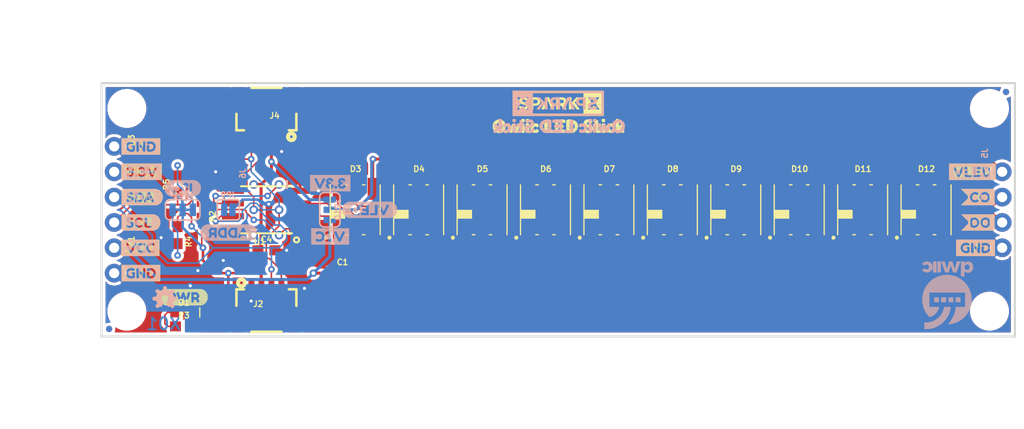
<source format=kicad_pcb>
(kicad_pcb (version 20171130) (host pcbnew "(5.1.4)-1")
  (layers (0 F.Cu signal) (1 In1.Cu signal) (2 In2.Cu signal) (31 B.Cu signal) (34 B.Paste user) (35 F.Paste user) (36 B.SilkS user) (37 F.SilkS user) (38 B.Mask user) (39 F.Mask user) (44 Edge.Cuts user))
  (net 0 "")
  (net 1 3.3V)
  (net 2 GND)
  (net 3 VCC)
  (net 4 /SDA)
  (net 5 /SCL)
  (net 6 "Net-(D1-PadA)")
  (net 7 "/ADDR(MISO)")
  (net 8 /CLK)
  (net 9 /DO)
  (net 10 /~RST)
  (net 11 "Net-(D3-PadP6)")
  (net 12 "Net-(D3-PadP5)")
  (net 13 /VLED)
  (net 14 "Net-(D4-PadP6)")
  (net 15 "Net-(D4-PadP5)")
  (net 16 "Net-(D5-PadP6)")
  (net 17 "Net-(D5-PadP5)")
  (net 18 "Net-(D6-PadP6)")
  (net 19 "Net-(D6-PadP5)")
  (net 20 "Net-(D7-PadP6)")
  (net 21 "Net-(D7-PadP5)")
  (net 22 "Net-(D8-PadP6)")
  (net 23 "Net-(D8-PadP5)")
  (net 24 "Net-(D10-PadP1)")
  (net 25 "Net-(D10-PadP2)")
  (net 26 "Net-(D10-PadP6)")
  (net 27 "Net-(D10-PadP5)")
  (net 28 "Net-(D11-PadP6)")
  (net 29 "Net-(D11-PadP5)")
  (net 30 "/DO(10)")
  (net 31 "/CO(10)")
  (net 32 "Net-(I2C1-Pad3)")
  (net 33 "Net-(I2C1-Pad1)")
  (module "Qwiic LED Stick:STAND-OFF" (layer F.Cu) (at 105.3211 115.1636 90)
    (fp_text reference JP3 hide)
    (fp_text value STAND-OFF hide)
    (pad "" np_thru_hole circle (at 0 0 90) (size 3.302 3.302) (drill 3.302) (layers *.Cu *.Mask))
  )
  (module "Qwiic LED Stick:STAND-OFF" (layer F.Cu) (at 105.3211 94.8436 90)
    (fp_text reference JP4 hide)
    (fp_text value STAND-OFF hide)
    (pad "" np_thru_hole circle (at 0 0 90) (size 3.302 3.302) (drill 3.302) (layers *.Cu *.Mask))
  )
  (module "Qwiic LED Stick:MICRO-FIDUCIAL" (layer F.Cu) (at 193.3321 93.1926 90)
    (fp_text reference JP2 hide)
    (fp_text value FIDUCIALUFIDUCIAL hide)
    (pad 1 smd roundrect (at 0 0 90) (size 0.635 0.635) (layers F.Cu F.Mask) (roundrect_rratio 0.5))
  )
  (module "Qwiic LED Stick:MICRO-FIDUCIAL" (layer F.Cu) (at 103.5431 116.9416 90)
    (fp_text reference JP6 hide)
    (fp_text value FIDUCIALUFIDUCIAL hide)
    (pad 1 smd roundrect (at 0 0 90) (size 0.635 0.635) (layers F.Cu F.Mask) (roundrect_rratio 0.5))
  )
  (module "Qwiic LED Stick:0603" (layer F.Cu) (at 110.4011 107.5436 270)
    (fp_text reference R4 (at 0 -0.762 270) (layer F.SilkS) (effects (font (size 0.57912 0.57912) (thickness 0.12192)) (justify right top)))
    (fp_text value 2.2k)
    (pad 2 smd rect (at 0.85 0 270) (size 1.1 1) (layers F.Cu F.Paste F.Mask) (net 32 "Net-(I2C1-Pad3)"))
    (pad 1 smd rect (at -0.85 0 270) (size 1.1 1) (layers F.Cu F.Paste F.Mask) (net 4 /SDA))
  )
  (module "Qwiic LED Stick:0603" (layer F.Cu) (at 110.4011 102.4636 90)
    (fp_text reference R5 (at 0 -0.762 90) (layer F.SilkS) (effects (font (size 0.57912 0.57912) (thickness 0.12192)) (justify bottom)))
    (fp_text value 2.2k)
    (pad 2 smd rect (at 0.85 0 90) (size 1.1 1) (layers F.Cu F.Paste F.Mask) (net 33 "Net-(I2C1-Pad1)"))
    (pad 1 smd rect (at -0.85 0 90) (size 1.1 1) (layers F.Cu F.Paste F.Mask) (net 5 /SCL))
  )
  (module "Qwiic LED Stick:SMT-JUMPER_3_2-NC_TRACE_SILK" (layer B.Cu) (at 110.9091 105.0036 180)
    (fp_text reference I2C1 (at 0 1.143 180) (layer B.SilkS) (effects (font (size 0.57912 0.57912) (thickness 0.12192)) (justify bottom mirror)))
    (fp_text value JUMPER-SMT_3_2-NC_TRACE_SILK)
    (fp_poly (pts (xy -0.7112 -0.127) (xy -0.3048 -0.127) (xy -0.3048 0.127) (xy -0.7112 0.127)) (layer B.Cu) (width 0))
    (fp_poly (pts (xy 0.3048 -0.127) (xy 0.7112 -0.127) (xy 0.7112 0.127) (xy 0.3048 0.127)) (layer B.Cu) (width 0))
    (pad 3 smd rect (at 1.016 0 180) (size 0.635 1.27) (layers B.Cu B.Mask) (net 32 "Net-(I2C1-Pad3)"))
    (pad 2 smd rect (at 0 0 180) (size 0.635 1.27) (layers B.Cu B.Mask) (net 1 3.3V))
    (pad 1 smd rect (at -1.016 0 180) (size 0.635 1.27) (layers B.Cu B.Mask) (net 33 "Net-(I2C1-Pad1)"))
  )
  (module "Qwiic LED Stick:1X04_1MM_RA" (layer F.Cu) (at 119.2911 112.6236)
    (fp_text reference J2 (at -1.397 2.159) (layer F.SilkS) (effects (font (size 0.57912 0.57912) (thickness 0.12192)) (justify left bottom)))
    (fp_text value SMD)
    (pad 4 smd rect (at 1.5 0) (size 0.6 1.35) (layers F.Cu F.Paste F.Mask) (net 5 /SCL))
    (pad 3 smd rect (at 0.5 0) (size 0.6 1.35) (layers F.Cu F.Paste F.Mask) (net 4 /SDA))
    (pad 2 smd rect (at -0.5 0) (size 0.6 1.35) (layers F.Cu F.Paste F.Mask) (net 1 3.3V))
    (pad 1 smd rect (at -1.5 0) (size 0.6 1.35) (layers F.Cu F.Paste F.Mask) (net 2 GND))
    (pad NC1 smd rect (at 2.8 3.675) (size 1.2 2) (layers F.Cu F.Paste F.Mask))
    (pad NC2 smd rect (at -2.8 3.675) (size 1.2 2) (layers F.Cu F.Paste F.Mask))
  )
  (module "Qwiic LED Stick:1X04_NO_SILK" (layer F.Cu) (at 104.0511 98.6536 270)
    (fp_text reference J3 (at -1.27 -1.397 270) (layer F.SilkS) (effects (font (size 0.57912 0.57912) (thickness 0.12192)) (justify right top)))
    (fp_text value PTH)
    (pad 4 thru_hole circle (at 7.62 0) (size 1.8796 1.8796) (drill 1.016) (layers *.Cu *.Mask) (net 5 /SCL))
    (pad 3 thru_hole circle (at 5.08 0) (size 1.8796 1.8796) (drill 1.016) (layers *.Cu *.Mask) (net 4 /SDA))
    (pad 2 thru_hole circle (at 2.54 0) (size 1.8796 1.8796) (drill 1.016) (layers *.Cu *.Mask) (net 1 3.3V))
    (pad 1 thru_hole circle (at 0 0) (size 1.8796 1.8796) (drill 1.016) (layers *.Cu *.Mask) (net 2 GND))
  )
  (module "Qwiic LED Stick:CREATIVE_COMMONS" (layer F.Cu) (at 112.9411 126.5936)
    (fp_text reference FRAME1 hide)
    (fp_text value FRAME-LETTER hide)
  )
  (module "Qwiic LED Stick:SPARKX-MEDIUM" (layer B.Cu) (at 148.5011 94.3356 180)
    (fp_text reference U$2 hide)
    (fp_text value SPARKX-LOGO4 hide)
  )
  (module "Qwiic LED Stick:0603" (layer F.Cu) (at 119.2911 109.0676)
    (fp_text reference C4 (at 0 -0.762) (layer F.SilkS) (effects (font (size 0.57912 0.57912) (thickness 0.115824)) (justify bottom)))
    (fp_text value 0.1uF)
    (pad 2 smd rect (at 0.85 0) (size 1.1 1) (layers F.Cu F.Paste F.Mask) (net 2 GND))
    (pad 1 smd rect (at -0.85 0) (size 1.1 1) (layers F.Cu F.Paste F.Mask) (net 1 3.3V))
  )
  (module "Qwiic LED Stick:1X04_1MM_RA" (layer F.Cu) (at 119.2911 97.3836 180)
    (fp_text reference J4 (at -1.397 2.159 180) (layer F.SilkS) (effects (font (size 0.57912 0.57912) (thickness 0.12192)) (justify right top)))
    (fp_text value SMD)
    (pad 4 smd rect (at 1.5 0 180) (size 0.6 1.35) (layers F.Cu F.Paste F.Mask) (net 5 /SCL))
    (pad 3 smd rect (at 0.5 0 180) (size 0.6 1.35) (layers F.Cu F.Paste F.Mask) (net 4 /SDA))
    (pad 2 smd rect (at -0.5 0 180) (size 0.6 1.35) (layers F.Cu F.Paste F.Mask) (net 1 3.3V))
    (pad 1 smd rect (at -1.5 0 180) (size 0.6 1.35) (layers F.Cu F.Paste F.Mask) (net 2 GND))
    (pad NC1 smd rect (at 2.8 3.675 180) (size 1.2 2) (layers F.Cu F.Paste F.Mask))
    (pad NC2 smd rect (at -2.8 3.675 180) (size 1.2 2) (layers F.Cu F.Paste F.Mask))
  )
  (module "Qwiic LED Stick:OSHW-LOGO-MINI" (layer B.Cu) (at 109.1311 113.8936 180)
    (fp_text reference LOGO1 hide)
    (fp_text value OSHW-LOGOMINI hide)
  )
  (module "Qwiic LED Stick:SPARKX-MEDIUM" (layer F.Cu) (at 148.5011 94.3356)
    (fp_text reference U$1 hide)
    (fp_text value SPARKX-LOGO4 hide)
  )
  (module "Qwiic LED Stick:MICRO-FIDUCIAL" (layer B.Cu) (at 103.5431 116.9416 270)
    (fp_text reference JP1 hide)
    (fp_text value FIDUCIALUFIDUCIAL hide)
    (pad 1 smd roundrect (at 0 0 270) (size 0.635 0.635) (layers B.Cu B.Mask) (roundrect_rratio 0.5))
  )
  (module "Qwiic LED Stick:MICRO-FIDUCIAL" (layer B.Cu) (at 193.3321 93.1926 270)
    (fp_text reference JP5 hide)
    (fp_text value FIDUCIALUFIDUCIAL hide)
    (pad 1 smd roundrect (at 0 0 270) (size 0.635 0.635) (layers B.Cu B.Mask) (roundrect_rratio 0.5))
  )
  (module "Qwiic LED Stick:3#3V2" (layer F.Cu) (at 104.3051 101.1936)
    (fp_text reference U$21 hide)
    (fp_text value "" hide)
  )
  (module "Qwiic LED Stick:GND1" (layer F.Cu) (at 104.3051 98.6536)
    (fp_text reference U$22 hide)
    (fp_text value "" hide)
  )
  (module "Qwiic LED Stick:SCL9" (layer F.Cu) (at 104.3051 106.2736)
    (fp_text reference U$26 hide)
    (fp_text value "" hide)
  )
  (module "Qwiic LED Stick:SDA8" (layer F.Cu) (at 104.3051 103.7336)
    (fp_text reference U$27 hide)
    (fp_text value "" hide)
  )
  (module "Qwiic LED Stick:GND1" (layer B.Cu) (at 109.1311 98.6536 180)
    (fp_text reference U$3 hide)
    (fp_text value "" hide)
  )
  (module "Qwiic LED Stick:3#3V2" (layer B.Cu) (at 109.2581 101.1936 180)
    (fp_text reference U$4 hide)
    (fp_text value "" hide)
  )
  (module "Qwiic LED Stick:0603" (layer F.Cu) (at 111.0361 116.6876)
    (fp_text reference R3 (at 0 -0.762) (layer F.SilkS) (effects (font (size 0.57912 0.57912) (thickness 0.12192)) (justify bottom)))
    (fp_text value 1k)
    (pad 2 smd rect (at 0.85 0) (size 1.1 1) (layers F.Cu F.Paste F.Mask) (net 1 3.3V))
    (pad 1 smd rect (at -0.85 0) (size 1.1 1) (layers F.Cu F.Paste F.Mask) (net 6 "Net-(D1-PadA)"))
  )
  (module "Qwiic LED Stick:LED-0603" (layer F.Cu) (at 111.0361 115.2906)
    (fp_text reference D1 (at 0 -0.635) (layer F.SilkS) (effects (font (size 0.57912 0.57912) (thickness 0.12192)) (justify bottom)))
    (fp_text value RED)
    (pad A smd roundrect (at -0.877 0 270) (size 1 1) (layers F.Cu F.Paste F.Mask) (roundrect_rratio 0.15) (net 6 "Net-(D1-PadA)"))
    (pad C smd roundrect (at 0.877 0 270) (size 1 1) (layers F.Cu F.Paste F.Mask) (roundrect_rratio 0.15) (net 2 GND))
  )
  (module "Qwiic LED Stick:(PWR)" (layer F.Cu) (at 108.4961 113.7666)
    (fp_text reference U$10 hide)
    (fp_text value "" hide)
  )
  (module "Qwiic LED Stick:(I_SUPER2_C)" (layer B.Cu) (at 112.8141 102.8446 180)
    (fp_text reference U$11 hide)
    (fp_text value "" hide)
  )
  (module "Qwiic LED Stick:SO08-EIAJ_MCU" (layer F.Cu) (at 119.2911 105.0036 90)
    (fp_text reference U1 (at -2.8575 0 180) (layer F.SilkS) (effects (font (size 0.57912 0.57912) (thickness 0.12192)) (justify right top)))
    (fp_text value Tiny85-20-SMT)
    (pad 8 smd rect (at -1.905 -3.3528 90) (size 0.6096 2.2098) (layers F.Cu F.Paste F.Mask) (net 1 3.3V))
    (pad 7 smd rect (at -0.635 -3.3528 90) (size 0.6096 2.2098) (layers F.Cu F.Paste F.Mask) (net 5 /SCL))
    (pad 6 smd rect (at 0.635 -3.3528 90) (size 0.6096 2.2098) (layers F.Cu F.Paste F.Mask) (net 7 "/ADDR(MISO)"))
    (pad 5 smd rect (at 1.905 -3.3528 90) (size 0.6096 2.2098) (layers F.Cu F.Paste F.Mask) (net 4 /SDA))
    (pad 4 smd rect (at 1.905 3.3782 90) (size 0.6096 2.2098) (layers F.Cu F.Paste F.Mask) (net 2 GND))
    (pad 3 smd rect (at 0.635 3.3782 90) (size 0.6096 2.2098) (layers F.Cu F.Paste F.Mask) (net 8 /CLK))
    (pad 2 smd rect (at -0.635 3.3782 90) (size 0.6096 2.2098) (layers F.Cu F.Paste F.Mask) (net 9 /DO))
    (pad 1 smd rect (at -1.905 3.3782 90) (size 0.6096 2.2098) (layers F.Cu F.Paste F.Mask) (net 10 /~RST))
  )
  (module "Qwiic LED Stick:APA102-5050" (layer F.Cu) (at 128.1811 105.0036)
    (fp_text reference D3 (at 0.04 -3.755) (layer F.SilkS) (effects (font (size 0.57912 0.57912) (thickness 0.12192)) (justify bottom)))
    (fp_text value APA1025050)
    (pad P3 smd rect (at 1.75 2.1 270) (size 2.2 1) (layers F.Cu F.Mask) (net 2 GND))
    (pad P2 smd rect (at 0 2.1 270) (size 2.2 1.1) (layers F.Cu F.Mask) (net 8 /CLK))
    (pad P1 smd rect (at -1.75 2.1 270) (size 2.2 1) (layers F.Cu F.Mask) (net 9 /DO))
    (pad P6 smd rect (at -1.75 -2.1 270) (size 2.2 1) (layers F.Cu F.Mask) (net 11 "Net-(D3-PadP6)"))
    (pad P5 smd rect (at 0 -2.1 270) (size 2.2 1.1) (layers F.Cu F.Mask) (net 12 "Net-(D3-PadP5)"))
    (pad P4 smd rect (at 1.75 -2.1 270) (size 2.2 1) (layers F.Cu F.Mask) (net 13 /VLED))
  )
  (module "Qwiic LED Stick:APA102-5050" (layer F.Cu) (at 134.5311 105.0036)
    (fp_text reference D4 (at 0.04 -3.755) (layer F.SilkS) (effects (font (size 0.57912 0.57912) (thickness 0.12192)) (justify bottom)))
    (fp_text value APA1025050)
    (pad P3 smd rect (at 1.75 2.1 270) (size 2.2 1) (layers F.Cu F.Mask) (net 2 GND))
    (pad P2 smd rect (at 0 2.1 270) (size 2.2 1.1) (layers F.Cu F.Mask) (net 12 "Net-(D3-PadP5)"))
    (pad P1 smd rect (at -1.75 2.1 270) (size 2.2 1) (layers F.Cu F.Mask) (net 11 "Net-(D3-PadP6)"))
    (pad P6 smd rect (at -1.75 -2.1 270) (size 2.2 1) (layers F.Cu F.Mask) (net 14 "Net-(D4-PadP6)"))
    (pad P5 smd rect (at 0 -2.1 270) (size 2.2 1.1) (layers F.Cu F.Mask) (net 15 "Net-(D4-PadP5)"))
    (pad P4 smd rect (at 1.75 -2.1 270) (size 2.2 1) (layers F.Cu F.Mask) (net 13 /VLED))
  )
  (module "Qwiic LED Stick:APA102-5050" (layer F.Cu) (at 140.8811 105.0036)
    (fp_text reference D5 (at 0.04 -3.755) (layer F.SilkS) (effects (font (size 0.57912 0.57912) (thickness 0.12192)) (justify bottom)))
    (fp_text value APA1025050)
    (pad P3 smd rect (at 1.75 2.1 270) (size 2.2 1) (layers F.Cu F.Mask) (net 2 GND))
    (pad P2 smd rect (at 0 2.1 270) (size 2.2 1.1) (layers F.Cu F.Mask) (net 15 "Net-(D4-PadP5)"))
    (pad P1 smd rect (at -1.75 2.1 270) (size 2.2 1) (layers F.Cu F.Mask) (net 14 "Net-(D4-PadP6)"))
    (pad P6 smd rect (at -1.75 -2.1 270) (size 2.2 1) (layers F.Cu F.Mask) (net 16 "Net-(D5-PadP6)"))
    (pad P5 smd rect (at 0 -2.1 270) (size 2.2 1.1) (layers F.Cu F.Mask) (net 17 "Net-(D5-PadP5)"))
    (pad P4 smd rect (at 1.75 -2.1 270) (size 2.2 1) (layers F.Cu F.Mask) (net 13 /VLED))
  )
  (module "Qwiic LED Stick:APA102-5050" (layer F.Cu) (at 147.2311 105.0036)
    (fp_text reference D6 (at 0.04 -3.755) (layer F.SilkS) (effects (font (size 0.57912 0.57912) (thickness 0.12192)) (justify bottom)))
    (fp_text value APA1025050)
    (pad P3 smd rect (at 1.75 2.1 270) (size 2.2 1) (layers F.Cu F.Mask) (net 2 GND))
    (pad P2 smd rect (at 0 2.1 270) (size 2.2 1.1) (layers F.Cu F.Mask) (net 17 "Net-(D5-PadP5)"))
    (pad P1 smd rect (at -1.75 2.1 270) (size 2.2 1) (layers F.Cu F.Mask) (net 16 "Net-(D5-PadP6)"))
    (pad P6 smd rect (at -1.75 -2.1 270) (size 2.2 1) (layers F.Cu F.Mask) (net 18 "Net-(D6-PadP6)"))
    (pad P5 smd rect (at 0 -2.1 270) (size 2.2 1.1) (layers F.Cu F.Mask) (net 19 "Net-(D6-PadP5)"))
    (pad P4 smd rect (at 1.75 -2.1 270) (size 2.2 1) (layers F.Cu F.Mask) (net 13 /VLED))
  )
  (module "Qwiic LED Stick:APA102-5050" (layer F.Cu) (at 153.5811 105.0036)
    (fp_text reference D7 (at 0.04 -3.755) (layer F.SilkS) (effects (font (size 0.57912 0.57912) (thickness 0.12192)) (justify bottom)))
    (fp_text value APA1025050)
    (pad P3 smd rect (at 1.75 2.1 270) (size 2.2 1) (layers F.Cu F.Mask) (net 2 GND))
    (pad P2 smd rect (at 0 2.1 270) (size 2.2 1.1) (layers F.Cu F.Mask) (net 19 "Net-(D6-PadP5)"))
    (pad P1 smd rect (at -1.75 2.1 270) (size 2.2 1) (layers F.Cu F.Mask) (net 18 "Net-(D6-PadP6)"))
    (pad P6 smd rect (at -1.75 -2.1 270) (size 2.2 1) (layers F.Cu F.Mask) (net 20 "Net-(D7-PadP6)"))
    (pad P5 smd rect (at 0 -2.1 270) (size 2.2 1.1) (layers F.Cu F.Mask) (net 21 "Net-(D7-PadP5)"))
    (pad P4 smd rect (at 1.75 -2.1 270) (size 2.2 1) (layers F.Cu F.Mask) (net 13 /VLED))
  )
  (module "Qwiic LED Stick:APA102-5050" (layer F.Cu) (at 159.9311 105.0036)
    (fp_text reference D8 (at 0.04 -3.755) (layer F.SilkS) (effects (font (size 0.57912 0.57912) (thickness 0.12192)) (justify bottom)))
    (fp_text value APA1025050)
    (pad P3 smd rect (at 1.75 2.1 270) (size 2.2 1) (layers F.Cu F.Mask) (net 2 GND))
    (pad P2 smd rect (at 0 2.1 270) (size 2.2 1.1) (layers F.Cu F.Mask) (net 21 "Net-(D7-PadP5)"))
    (pad P1 smd rect (at -1.75 2.1 270) (size 2.2 1) (layers F.Cu F.Mask) (net 20 "Net-(D7-PadP6)"))
    (pad P6 smd rect (at -1.75 -2.1 270) (size 2.2 1) (layers F.Cu F.Mask) (net 22 "Net-(D8-PadP6)"))
    (pad P5 smd rect (at 0 -2.1 270) (size 2.2 1.1) (layers F.Cu F.Mask) (net 23 "Net-(D8-PadP5)"))
    (pad P4 smd rect (at 1.75 -2.1 270) (size 2.2 1) (layers F.Cu F.Mask) (net 13 /VLED))
  )
  (module "Qwiic LED Stick:APA102-5050" (layer F.Cu) (at 166.2811 105.0036)
    (fp_text reference D9 (at 0.04 -3.755) (layer F.SilkS) (effects (font (size 0.57912 0.57912) (thickness 0.12192)) (justify bottom)))
    (fp_text value APA1025050)
    (pad P3 smd rect (at 1.75 2.1 270) (size 2.2 1) (layers F.Cu F.Mask) (net 2 GND))
    (pad P2 smd rect (at 0 2.1 270) (size 2.2 1.1) (layers F.Cu F.Mask) (net 23 "Net-(D8-PadP5)"))
    (pad P1 smd rect (at -1.75 2.1 270) (size 2.2 1) (layers F.Cu F.Mask) (net 22 "Net-(D8-PadP6)"))
    (pad P6 smd rect (at -1.75 -2.1 270) (size 2.2 1) (layers F.Cu F.Mask) (net 24 "Net-(D10-PadP1)"))
    (pad P5 smd rect (at 0 -2.1 270) (size 2.2 1.1) (layers F.Cu F.Mask) (net 25 "Net-(D10-PadP2)"))
    (pad P4 smd rect (at 1.75 -2.1 270) (size 2.2 1) (layers F.Cu F.Mask) (net 13 /VLED))
  )
  (module "Qwiic LED Stick:APA102-5050" (layer F.Cu) (at 172.6311 105.0036)
    (fp_text reference D10 (at 0.04 -3.755) (layer F.SilkS) (effects (font (size 0.57912 0.57912) (thickness 0.12192)) (justify bottom)))
    (fp_text value APA1025050)
    (pad P3 smd rect (at 1.75 2.1 270) (size 2.2 1) (layers F.Cu F.Mask) (net 2 GND))
    (pad P2 smd rect (at 0 2.1 270) (size 2.2 1.1) (layers F.Cu F.Mask) (net 25 "Net-(D10-PadP2)"))
    (pad P1 smd rect (at -1.75 2.1 270) (size 2.2 1) (layers F.Cu F.Mask) (net 24 "Net-(D10-PadP1)"))
    (pad P6 smd rect (at -1.75 -2.1 270) (size 2.2 1) (layers F.Cu F.Mask) (net 26 "Net-(D10-PadP6)"))
    (pad P5 smd rect (at 0 -2.1 270) (size 2.2 1.1) (layers F.Cu F.Mask) (net 27 "Net-(D10-PadP5)"))
    (pad P4 smd rect (at 1.75 -2.1 270) (size 2.2 1) (layers F.Cu F.Mask) (net 13 /VLED))
  )
  (module "Qwiic LED Stick:APA102-5050" (layer F.Cu) (at 178.9811 105.0036)
    (fp_text reference D11 (at 0.04 -3.755) (layer F.SilkS) (effects (font (size 0.57912 0.57912) (thickness 0.12192)) (justify bottom)))
    (fp_text value APA1025050)
    (pad P3 smd rect (at 1.75 2.1 270) (size 2.2 1) (layers F.Cu F.Mask) (net 2 GND))
    (pad P2 smd rect (at 0 2.1 270) (size 2.2 1.1) (layers F.Cu F.Mask) (net 27 "Net-(D10-PadP5)"))
    (pad P1 smd rect (at -1.75 2.1 270) (size 2.2 1) (layers F.Cu F.Mask) (net 26 "Net-(D10-PadP6)"))
    (pad P6 smd rect (at -1.75 -2.1 270) (size 2.2 1) (layers F.Cu F.Mask) (net 28 "Net-(D11-PadP6)"))
    (pad P5 smd rect (at 0 -2.1 270) (size 2.2 1.1) (layers F.Cu F.Mask) (net 29 "Net-(D11-PadP5)"))
    (pad P4 smd rect (at 1.75 -2.1 270) (size 2.2 1) (layers F.Cu F.Mask) (net 13 /VLED))
  )
  (module "Qwiic LED Stick:APA102-5050" (layer F.Cu) (at 185.3311 105.0036)
    (fp_text reference D12 (at 0.04 -3.755) (layer F.SilkS) (effects (font (size 0.57912 0.57912) (thickness 0.12192)) (justify bottom)))
    (fp_text value APA1025050)
    (pad P3 smd rect (at 1.75 2.1 270) (size 2.2 1) (layers F.Cu F.Mask) (net 2 GND))
    (pad P2 smd rect (at 0 2.1 270) (size 2.2 1.1) (layers F.Cu F.Mask) (net 29 "Net-(D11-PadP5)"))
    (pad P1 smd rect (at -1.75 2.1 270) (size 2.2 1) (layers F.Cu F.Mask) (net 28 "Net-(D11-PadP6)"))
    (pad P6 smd rect (at -1.75 -2.1 270) (size 2.2 1) (layers F.Cu F.Mask) (net 30 "/DO(10)"))
    (pad P5 smd rect (at 0 -2.1 270) (size 2.2 1.1) (layers F.Cu F.Mask) (net 31 "/CO(10)"))
    (pad P4 smd rect (at 1.75 -2.1 270) (size 2.2 1) (layers F.Cu F.Mask) (net 13 /VLED))
  )
  (module "Qwiic LED Stick:STAND-OFF" (layer F.Cu) (at 191.6811 94.8436)
    (fp_text reference JP7 hide)
    (fp_text value STAND-OFF hide)
    (pad "" np_thru_hole circle (at 0 0) (size 3.302 3.302) (drill 3.302) (layers *.Cu *.Mask))
  )
  (module "Qwiic LED Stick:STAND-OFF" (layer F.Cu) (at 191.6811 115.1636)
    (fp_text reference JP8 hide)
    (fp_text value STAND-OFF hide)
    (pad "" np_thru_hole circle (at 0 0) (size 3.302 3.302) (drill 3.302) (layers *.Cu *.Mask))
  )
  (module "Qwiic LED Stick:2X3_TEST_POINTS" (layer B.Cu) (at 119.2911 105.0036 270)
    (fp_text reference J6 (at -3.048 2.032 270) (layer B.SilkS) (effects (font (size 0.57912 0.57912) (thickness 0.12192)) (justify right bottom mirror)))
    (fp_text value AVR_SPI_PROG_3X2TESTPOINTS)
    (pad 6 thru_hole circle (at 2.54 1.27 270) (size 0.8636 0.8636) (drill 0.508) (layers *.Cu *.Mask) (net 2 GND))
    (pad 5 thru_hole circle (at 2.54 -1.27 270) (size 0.8636 0.8636) (drill 0.508) (layers *.Cu *.Mask) (net 10 /~RST))
    (pad 4 thru_hole circle (at 0 1.27 270) (size 0.8636 0.8636) (drill 0.508) (layers *.Cu *.Mask) (net 4 /SDA))
    (pad 3 thru_hole circle (at 0 -1.27 270) (size 0.8636 0.8636) (drill 0.508) (layers *.Cu *.Mask) (net 5 /SCL))
    (pad 2 thru_hole circle (at -2.54 1.27 270) (size 0.8636 0.8636) (drill 0.508) (layers *.Cu *.Mask) (net 1 3.3V))
    (pad 1 thru_hole circle (at -2.54 -1.27 270) (size 0.8636 0.8636) (drill 0.508) (layers *.Cu *.Mask) (net 7 "/ADDR(MISO)"))
  )
  (module "Qwiic LED Stick:SMT-JUMPER_2_NO_SILK" (layer B.Cu) (at 115.4811 105.0036 180)
    (fp_text reference JP9 (at 0 1.143 180) (layer B.SilkS) (effects (font (size 0.57912 0.57912) (thickness 0.12192)) (justify bottom mirror)))
    (fp_text value JUMPER-SMT_2_NO_SILK)
    (pad 2 smd rect (at 0.4064 0 180) (size 0.635 1.27) (layers B.Cu B.Mask) (net 7 "/ADDR(MISO)"))
    (pad 1 smd rect (at -0.4064 0 180) (size 0.635 1.27) (layers B.Cu B.Mask) (net 2 GND))
  )
  (module "Qwiic LED Stick:QWIIC-LOGO-MEDIUM" (layer B.Cu) (at 187.4901 113.5126 180)
    (fp_text reference U$29 hide)
    (fp_text value "" hide)
  )
  (module "Qwiic LED Stick:0603" (layer F.Cu) (at 112.8141 105.0036 270)
    (fp_text reference R2 (at 0 -0.762 270) (layer F.SilkS) (effects (font (size 0.57912 0.57912) (thickness 0.12192)) (justify right top)))
    (fp_text value 4.7k)
    (pad 2 smd rect (at 0.85 0 270) (size 1.1 1) (layers F.Cu F.Paste F.Mask) (net 1 3.3V))
    (pad 1 smd rect (at -0.85 0 270) (size 1.1 1) (layers F.Cu F.Paste F.Mask) (net 10 /~RST))
  )
  (module "Qwiic LED Stick:SMT-JUMPER_3_1-NC_TRACE_SILK" (layer B.Cu) (at 125.6411 105.0036 90)
    (fp_text reference JP10 (at 0 1.143 90) (layer B.SilkS) (effects (font (size 0.57912 0.57912) (thickness 0.12192)) (justify bottom mirror)))
    (fp_text value JUMPER-SMT_3_1-NC_TRACE_SILK)
    (fp_poly (pts (xy 0.3048 -0.127) (xy 0.7112 -0.127) (xy 0.7112 0.127) (xy 0.3048 0.127)) (layer B.Cu) (width 0))
    (pad 3 smd rect (at 1.016 0 90) (size 0.635 1.27) (layers B.Cu B.Mask) (net 1 3.3V))
    (pad 2 smd rect (at 0 0 90) (size 0.635 1.27) (layers B.Cu B.Mask) (net 13 /VLED))
    (pad 1 smd rect (at -1.016 0 90) (size 0.635 1.27) (layers B.Cu B.Mask) (net 3 VCC))
  )
  (module "Qwiic LED Stick:1X02_NO_SILK" (layer F.Cu) (at 104.0511 108.8136 270)
    (fp_text reference J1 (at -1.27 -1.397 270) (layer F.SilkS) (effects (font (size 0.57912 0.57912) (thickness 0.12192)) (justify right top)))
    (fp_text value CONN_021X02_NO_SILK)
    (pad 2 thru_hole circle (at 2.54 0) (size 1.8796 1.8796) (drill 1.016) (layers *.Cu *.Mask) (net 2 GND))
    (pad 1 thru_hole circle (at 0 0) (size 1.8796 1.8796) (drill 1.016) (layers *.Cu *.Mask) (net 3 VCC))
  )
  (module "Qwiic LED Stick:1X04_NO_SILK" (layer B.Cu) (at 192.9511 101.1936 270)
    (fp_text reference J5 (at -1.27 1.397 270) (layer B.SilkS) (effects (font (size 0.57912 0.57912) (thickness 0.12192)) (justify right bottom mirror)))
    (fp_text value CONN_041X04_NO_SILK)
    (pad 4 thru_hole circle (at 7.62 0 180) (size 1.8796 1.8796) (drill 1.016) (layers *.Cu *.Mask) (net 2 GND))
    (pad 3 thru_hole circle (at 5.08 0 180) (size 1.8796 1.8796) (drill 1.016) (layers *.Cu *.Mask) (net 30 "/DO(10)"))
    (pad 2 thru_hole circle (at 2.54 0 180) (size 1.8796 1.8796) (drill 1.016) (layers *.Cu *.Mask) (net 31 "/CO(10)"))
    (pad 1 thru_hole circle (at 0 0 180) (size 1.8796 1.8796) (drill 1.016) (layers *.Cu *.Mask) (net 13 /VLED))
  )
  (module "Qwiic LED Stick:VLED4" (layer F.Cu) (at 187.1091 101.1936)
    (fp_text reference U$9 hide)
    (fp_text value "" hide)
  )
  (module "Qwiic LED Stick:GND1" (layer F.Cu) (at 187.8711 108.8136)
    (fp_text reference U$12 hide)
    (fp_text value "" hide)
  )
  (module "Qwiic LED Stick:DO12" (layer F.Cu) (at 188.7601 106.2736)
    (fp_text reference U$15 hide)
    (fp_text value "" hide)
  )
  (module "Qwiic LED Stick:CO9" (layer F.Cu) (at 188.7601 103.7336)
    (fp_text reference U$16 hide)
    (fp_text value "" hide)
  )
  (module "Qwiic LED Stick:SDA0" (layer B.Cu) (at 109.0041 103.7336 180)
    (fp_text reference U$17 hide)
    (fp_text value "" hide)
  )
  (module "Qwiic LED Stick:SCL1" (layer B.Cu) (at 108.7501 106.2736 180)
    (fp_text reference U$18 hide)
    (fp_text value "" hide)
  )
  (module "Qwiic LED Stick:VLED4" (layer B.Cu) (at 192.8241 101.1936 180)
    (fp_text reference U$5 hide)
    (fp_text value "" hide)
  )
  (module "Qwiic LED Stick:DO8" (layer B.Cu) (at 192.6971 106.2736 180)
    (fp_text reference U$6 hide)
    (fp_text value "" hide)
  )
  (module "Qwiic LED Stick:CO5" (layer B.Cu) (at 192.6971 103.7336 180)
    (fp_text reference U$7 hide)
    (fp_text value "" hide)
  )
  (module "Qwiic LED Stick:GND1" (layer B.Cu) (at 192.6971 108.8136 180)
    (fp_text reference U$8 hide)
    (fp_text value "" hide)
  )
  (module "Qwiic LED Stick:VCC1" (layer F.Cu) (at 104.3051 108.8136)
    (fp_text reference U$19 hide)
    (fp_text value "" hide)
  )
  (module "Qwiic LED Stick:VCC1" (layer B.Cu) (at 109.0041 108.8136 180)
    (fp_text reference U$20 hide)
    (fp_text value "" hide)
  )
  (module "Qwiic LED Stick:GND0" (layer B.Cu) (at 109.1311 111.3536 180)
    (fp_text reference U$23 hide)
    (fp_text value "" hide)
  )
  (module "Qwiic LED Stick:GND0" (layer F.Cu) (at 104.3051 111.3536)
    (fp_text reference U$24 hide)
    (fp_text value "" hide)
  )
  (module "Qwiic LED Stick:VLED3" (layer B.Cu) (at 132.4991 105.0036 180)
    (fp_text reference U$25 hide)
    (fp_text value "" hide)
  )
  (module "Qwiic LED Stick:ADDR2" (layer B.Cu) (at 118.4021 107.2896 180)
    (fp_text reference U$28 hide)
    (fp_text value "" hide)
  )
  (module "Qwiic LED Stick:3#3V3" (layer B.Cu) (at 128.1811 102.3366 180)
    (fp_text reference U$30 hide)
    (fp_text value "" hide)
  )
  (module "Qwiic LED Stick:VCC1" (layer B.Cu) (at 128.0541 107.6706 180)
    (fp_text reference U$31 hide)
    (fp_text value "" hide)
  )
  (module "Qwiic LED Stick:0603" (layer F.Cu) (at 126.9111 111.3536)
    (fp_text reference C1 (at 0 -0.762) (layer F.SilkS) (effects (font (size 0.57912 0.57912) (thickness 0.12192)) (justify bottom)))
    (fp_text value 4.7uF)
    (pad 2 smd rect (at 0.85 0) (size 1.1 1) (layers F.Cu F.Paste F.Mask) (net 2 GND))
    (pad 1 smd rect (at -0.85 0) (size 1.1 1) (layers F.Cu F.Paste F.Mask) (net 3 VCC))
  )
  (module "Qwiic LED Stick:QWIIC_LED_STICK1" (layer F.Cu) (at 140.7541 96.6216)
    (fp_text reference U$32 hide)
    (fp_text value "" hide)
  )
  (module "Qwiic LED Stick:QWIIC_LED_STICK1" (layer B.Cu) (at 156.3751 96.6216 180)
    (fp_text reference U$13 hide)
    (fp_text value "" hide)
  )
  (gr_line (start 194.2211 117.7036) (end 102.7811 117.7036) (layer Edge.Cuts) (width 0.2032))
  (gr_line (start 102.7811 117.7036) (end 102.7811 92.3036) (layer Edge.Cuts) (width 0.2032))
  (gr_line (start 102.7811 92.3036) (end 194.2211 92.3036) (layer Edge.Cuts) (width 0.2032))
  (gr_line (start 194.2211 92.3036) (end 194.2211 117.7036) (layer Edge.Cuts) (width 0.2032))
  (gr_text X01 (at 109.0041 116.4336) (layer B.Cu) (effects (font (size 1.2065 1.2065) (thickness 0.1905)) (justify mirror)))
  (segment (start 118.7911 112.6236) (end 118.7911 111.3536) (width 0.254) (layer F.Cu) (net 1))
  (segment (start 118.7911 111.3536) (end 118.7911 109.4176) (width 0.254) (layer F.Cu) (net 1))
  (segment (start 118.7911 109.4176) (end 118.4411 109.0676) (width 0.254) (layer F.Cu) (net 1))
  (segment (start 118.4411 109.0676) (end 118.7831 108.7256) (width 0.254) (layer F.Cu) (net 1))
  (segment (start 118.7831 108.7256) (end 118.7831 106.7816) (width 0.254) (layer F.Cu) (net 1))
  (segment (start 112.9411 108.8136) (end 112.9411 110.0836) (width 0.254) (layer F.Cu) (net 1))
  (segment (start 114.2111 111.3536) (end 112.9411 110.0836) (width 0.254) (layer F.Cu) (net 1))
  (segment (start 114.2111 111.3536) (end 115.4811 111.3536) (width 0.254) (layer F.Cu) (net 1))
  (segment (start 115.4811 111.3536) (end 118.7911 111.3536) (width 0.254) (layer F.Cu) (net 1))
  (segment (start 115.9383 106.9086) (end 117.3861 106.9086) (width 0.254) (layer F.Cu) (net 1))
  (segment (start 117.3861 106.9086) (end 117.5131 106.7816) (width 0.254) (layer F.Cu) (net 1))
  (segment (start 117.5131 106.7816) (end 118.7831 106.7816) (width 0.254) (layer F.Cu) (net 1))
  (via (at 112.9411 108.8136) (size 0.6604) (drill 0.3048) (layers F.Cu B.Cu) (net 1))
  (segment (start 115.4811 113.8936) (end 115.4811 111.3536) (width 0.254) (layer F.Cu) (net 1))
  (segment (start 112.6871 116.6876) (end 115.4811 113.8936) (width 0.254) (layer F.Cu) (net 1))
  (segment (start 111.8861 116.6876) (end 112.6871 116.6876) (width 0.254) (layer F.Cu) (net 1))
  (via (at 115.4811 111.3536) (size 0.6604) (drill 0.3048) (layers F.Cu B.Cu) (net 1))
  (segment (start 112.8141 105.8536) (end 112.8141 108.6866) (width 0.1524) (layer F.Cu) (net 1))
  (segment (start 112.8141 108.6866) (end 112.9411 108.8136) (width 0.1524) (layer F.Cu) (net 1))
  (segment (start 119.7911 101.4302) (end 119.7911 100.1776) (width 0.3048) (layer F.Cu) (net 1))
  (segment (start 119.7911 100.1776) (end 119.7911 97.3836) (width 0.3048) (layer F.Cu) (net 1))
  (segment (start 118.7577 112.5902) (end 118.7911 112.6236) (width 0.3048) (layer F.Cu) (net 1))
  (segment (start 118.7577 102.4636) (end 118.7577 112.5902) (width 0.3048) (layer F.Cu) (net 1))
  (segment (start 118.5291 102.4636) (end 118.0211 102.4636) (width 0.3048) (layer F.Cu) (net 1))
  (segment (start 118.7577 102.4636) (end 118.0211 102.4636) (width 0.3048) (layer F.Cu) (net 1))
  (segment (start 118.7577 102.4636) (end 119.7911 101.4302) (width 0.3048) (layer F.Cu) (net 1))
  (segment (start 125.6411 103.9876) (end 123.6011 103.9876) (width 0.3048) (layer B.Cu) (net 1))
  (segment (start 123.6011 103.9876) (end 119.7911 100.1776) (width 0.3048) (layer B.Cu) (net 1))
  (via (at 119.7911 100.1776) (size 0.6604) (drill 0.3048) (layers F.Cu B.Cu) (net 1))
  (segment (start 107.4801 101.1936) (end 107.0991 101.1936) (width 0.254) (layer B.Cu) (net 1))
  (segment (start 107.0991 101.1936) (end 104.0511 101.1936) (width 0.254) (layer B.Cu) (net 1))
  (segment (start 107.9881 101.1936) (end 107.0991 101.1936) (width 0.1524) (layer B.Cu) (net 1))
  (segment (start 110.9091 105.0036) (end 110.8837 104.9782) (width 0.254) (layer B.Cu) (net 1))
  (segment (start 110.8837 104.9782) (end 110.8837 104.0892) (width 0.254) (layer B.Cu) (net 1))
  (segment (start 110.8837 104.0892) (end 107.9881 101.1936) (width 0.254) (layer B.Cu) (net 1))
  (segment (start 107.9881 101.1936) (end 104.0511 101.1936) (width 0.254) (layer B.Cu) (net 1))
  (segment (start 110.9091 105.0036) (end 110.9091 106.7816) (width 0.254) (layer B.Cu) (net 1))
  (segment (start 110.9091 106.7816) (end 112.9411 108.8136) (width 0.254) (layer B.Cu) (net 1))
  (via (at 120.8151 99.1616) (size 0.6604) (drill 0.3048) (layers F.Cu B.Cu) (net 2))
  (via (at 111.6711 112.6236) (size 0.6604) (drill 0.3048) (layers F.Cu B.Cu) (net 2))
  (via (at 114.9731 110.0836) (size 0.6604) (drill 0.3048) (layers F.Cu B.Cu) (net 2))
  (via (at 114.2111 101.1936) (size 0.6604) (drill 0.3048) (layers F.Cu B.Cu) (net 2))
  (segment (start 122.6693 103.0986) (end 124.4981 103.0986) (width 0.254) (layer F.Cu) (net 2))
  (via (at 124.4981 103.0986) (size 0.6604) (drill 0.3048) (layers F.Cu B.Cu) (net 2))
  (via (at 119.5197 104.433538) (size 0.6604) (drill 0.3048) (layers F.Cu B.Cu) (net 2))
  (segment (start 118.887887 104.433538) (end 119.5197 104.433538) (width 0.254) (layer B.Cu) (net 2))
  (segment (start 118.44195 103.9876) (end 118.887887 104.433538) (width 0.254) (layer B.Cu) (net 2))
  (segment (start 115.8875 105.0036) (end 116.9035 103.9876) (width 0.254) (layer B.Cu) (net 2))
  (segment (start 116.9035 103.9876) (end 118.44195 103.9876) (width 0.254) (layer B.Cu) (net 2))
  (via (at 112.4331 111.0996) (size 0.6604) (drill 0.3048) (layers F.Cu B.Cu) (net 2))
  (via (at 121.3231 109.0676) (size 0.6604) (drill 0.3048) (layers F.Cu B.Cu) (net 2))
  (via (at 117.7671 114.1476) (size 0.6604) (drill 0.3048) (layers F.Cu B.Cu) (net 2))
  (via (at 108.7501 107.7976) (size 0.6604) (drill 0.3048) (layers F.Cu B.Cu) (net 2))
  (via (at 123.1011 112.8776) (size 0.6604) (drill 0.3048) (layers F.Cu B.Cu) (net 2))
  (segment (start 104.0511 108.8136) (end 105.3211 108.8136) (width 0.3048) (layer B.Cu) (net 3))
  (segment (start 108.4961 111.9886) (end 123.3551 111.9886) (width 0.3048) (layer B.Cu) (net 3))
  (segment (start 125.6411 109.7026) (end 125.6411 106.0196) (width 0.3048) (layer B.Cu) (net 3))
  (segment (start 105.3211 108.8136) (end 108.4961 111.9886) (width 0.3048) (layer B.Cu) (net 3))
  (segment (start 123.3551 111.9886) (end 123.9901 111.3536) (width 0.3048) (layer B.Cu) (net 3))
  (segment (start 123.9901 111.3536) (end 125.6411 109.7026) (width 0.3048) (layer B.Cu) (net 3))
  (segment (start 126.0611 111.3536) (end 123.9901 111.3536) (width 0.3048) (layer F.Cu) (net 3))
  (via (at 123.9901 111.3536) (size 0.7366) (drill 0.381) (layers F.Cu B.Cu) (net 3))
  (segment (start 115.9383 103.0986) (end 114.4651 103.0986) (width 0.1524) (layer F.Cu) (net 4))
  (segment (start 114.4651 103.0986) (end 114.2111 102.8446) (width 0.1524) (layer F.Cu) (net 4))
  (segment (start 114.2111 102.8446) (end 114.2111 102.4636) (width 0.1524) (layer F.Cu) (net 4))
  (segment (start 114.2111 102.4636) (end 115.4811 101.1936) (width 0.1524) (layer F.Cu) (net 4))
  (segment (start 118.7911 99.7886) (end 118.7911 97.3836) (width 0.1524) (layer F.Cu) (net 4))
  (segment (start 119.7911 112.6236) (end 119.7911 110.9806) (width 0.1524) (layer F.Cu) (net 4))
  (segment (start 119.7911 110.9806) (end 119.7991 110.9726) (width 0.1524) (layer F.Cu) (net 4))
  (via (at 119.7991 110.9726) (size 0.6604) (drill 0.3048) (layers F.Cu B.Cu) (net 4))
  (segment (start 110.4011 105.7736) (end 110.7821 105.3926) (width 0.1524) (layer F.Cu) (net 4))
  (segment (start 110.7821 105.3926) (end 110.7821 105.3846) (width 0.1524) (layer F.Cu) (net 4))
  (segment (start 110.7821 105.3846) (end 111.4171 105.3846) (width 0.1524) (layer F.Cu) (net 4))
  (segment (start 111.4171 105.3846) (end 111.7981 105.7656) (width 0.1524) (layer F.Cu) (net 4))
  (via (at 111.7981 106.6546) (size 0.6604) (drill 0.3048) (layers F.Cu B.Cu) (net 4))
  (segment (start 113.9571 108.8136) (end 111.7981 106.6546) (width 0.1524) (layer B.Cu) (net 4))
  (segment (start 110.4011 106.6936) (end 110.4011 105.7736) (width 0.1524) (layer F.Cu) (net 4))
  (segment (start 111.7981 105.7656) (end 111.7981 106.6546) (width 0.1524) (layer F.Cu) (net 4))
  (segment (start 113.9571 108.8136) (end 112.4331 110.3376) (width 0.1524) (layer B.Cu) (net 4))
  (segment (start 112.4331 110.3376) (end 109.3851 110.3376) (width 0.1524) (layer B.Cu) (net 4))
  (segment (start 118.0211 105.0036) (end 118.0211 103.7336) (width 0.1524) (layer F.Cu) (net 4))
  (segment (start 117.3353 101.1936) (end 115.4811 101.1936) (width 0.1524) (layer F.Cu) (net 4))
  (segment (start 117.3353 103.0478) (end 117.3353 101.1936) (width 0.1524) (layer F.Cu) (net 4))
  (segment (start 117.3353 101.1936) (end 117.3861 101.1936) (width 0.1524) (layer F.Cu) (net 4))
  (segment (start 117.3861 101.1936) (end 118.7911 99.7886) (width 0.1524) (layer F.Cu) (net 4))
  (segment (start 117.3353 103.0478) (end 118.0211 103.7336) (width 0.1524) (layer F.Cu) (net 4))
  (segment (start 118.0211 105.0036) (end 118.523993 105.0036) (width 0.1524) (layer B.Cu) (net 4))
  (segment (start 120.047993 106.5276) (end 120.6881 106.5276) (width 0.1524) (layer B.Cu) (net 4))
  (segment (start 121.3231 107.1626) (end 121.3231 108.0516) (width 0.1524) (layer B.Cu) (net 4))
  (segment (start 118.523993 105.0036) (end 120.047993 106.5276) (width 0.1524) (layer B.Cu) (net 4))
  (segment (start 120.6881 106.5276) (end 121.3231 107.1626) (width 0.1524) (layer B.Cu) (net 4))
  (segment (start 120.5611 108.8136) (end 121.3231 108.0516) (width 0.1524) (layer B.Cu) (net 4))
  (segment (start 113.9571 108.8136) (end 119.7991 108.8136) (width 0.1524) (layer B.Cu) (net 4))
  (segment (start 119.7991 108.8136) (end 120.5611 108.8136) (width 0.1524) (layer B.Cu) (net 4))
  (segment (start 119.7991 110.9726) (end 119.7991 108.8136) (width 0.1524) (layer B.Cu) (net 4))
  (segment (start 107.8611 107.5436) (end 107.8611 108.8136) (width 0.1524) (layer B.Cu) (net 4))
  (segment (start 107.8611 108.8136) (end 109.3851 110.3376) (width 0.1524) (layer B.Cu) (net 4))
  (segment (start 104.0511 103.7336) (end 107.8611 107.5436) (width 0.1524) (layer B.Cu) (net 4))
  (segment (start 117.7911 97.3836) (end 117.7911 99.8996) (width 0.1524) (layer F.Cu) (net 5))
  (segment (start 117.7911 99.8996) (end 117.7671 99.9236) (width 0.1524) (layer F.Cu) (net 5))
  (via (at 117.7671 99.9236) (size 0.6604) (drill 0.3048) (layers F.Cu B.Cu) (net 5))
  (segment (start 117.7671 99.9236) (end 117.7671 101.1936) (width 0.1524) (layer B.Cu) (net 5))
  (segment (start 117.7671 101.1936) (end 120.5611 103.9876) (width 0.1524) (layer B.Cu) (net 5))
  (segment (start 120.5611 103.9876) (end 120.5611 105.0036) (width 0.1524) (layer B.Cu) (net 5))
  (segment (start 111.4171 104.4956) (end 111.7981 104.1146) (width 0.1524) (layer F.Cu) (net 5))
  (segment (start 111.7981 104.1146) (end 111.7981 100.8126) (width 0.1524) (layer F.Cu) (net 5))
  (segment (start 112.6871 99.9236) (end 117.7671 99.9236) (width 0.1524) (layer F.Cu) (net 5))
  (segment (start 111.7981 100.8126) (end 112.6871 99.9236) (width 0.1524) (layer F.Cu) (net 5))
  (segment (start 118.95505 105.0036) (end 120.5611 105.0036) (width 0.1524) (layer B.Cu) (net 5))
  (segment (start 118.29465 104.3432) (end 118.95505 105.0036) (width 0.1524) (layer B.Cu) (net 5))
  (segment (start 117.6909 104.3432) (end 118.29465 104.3432) (width 0.1524) (layer B.Cu) (net 5))
  (segment (start 116.8781 105.156) (end 116.8908 105.1433) (width 0.1524) (layer B.Cu) (net 5))
  (segment (start 116.8908 105.1433) (end 117.6909 104.3432) (width 0.1524) (layer B.Cu) (net 5))
  (segment (start 115.9383 105.6386) (end 114.7191 105.6386) (width 0.1524) (layer F.Cu) (net 5))
  (segment (start 114.7191 105.6386) (end 114.2111 106.1466) (width 0.1524) (layer F.Cu) (net 5))
  (via (at 114.2111 106.1466) (size 0.6604) (drill 0.3048) (layers F.Cu B.Cu) (net 5))
  (segment (start 114.2111 106.1466) (end 116.4971 106.1466) (width 0.1524) (layer B.Cu) (net 5))
  (segment (start 116.8908 105.7529) (end 116.8908 105.1433) (width 0.1524) (layer B.Cu) (net 5))
  (segment (start 116.4971 106.1466) (end 116.8908 105.7529) (width 0.1524) (layer B.Cu) (net 5))
  (segment (start 110.4011 104.4956) (end 111.4171 104.4956) (width 0.1524) (layer F.Cu) (net 5))
  (segment (start 110.4011 103.3136) (end 110.4011 104.4956) (width 0.1524) (layer F.Cu) (net 5))
  (segment (start 104.0511 106.2736) (end 105.8291 104.4956) (width 0.1524) (layer F.Cu) (net 5))
  (segment (start 105.8291 104.4956) (end 110.4011 104.4956) (width 0.1524) (layer F.Cu) (net 5))
  (segment (start 120.5611 106.60965) (end 119.2784 107.89235) (width 0.1524) (layer F.Cu) (net 5))
  (segment (start 120.5611 105.0036) (end 120.5611 106.60965) (width 0.1524) (layer F.Cu) (net 5))
  (segment (start 119.2784 107.89235) (end 119.2784 109.7153) (width 0.1524) (layer F.Cu) (net 5))
  (segment (start 119.2784 109.7153) (end 119.4435 109.8804) (width 0.1524) (layer F.Cu) (net 5))
  (segment (start 120.7911 111.090888) (end 120.7911 112.6236) (width 0.1524) (layer F.Cu) (net 5))
  (segment (start 119.4435 109.8804) (end 119.580612 109.8804) (width 0.1524) (layer F.Cu) (net 5))
  (segment (start 119.580612 109.8804) (end 120.7911 111.090888) (width 0.1524) (layer F.Cu) (net 5))
  (segment (start 110.1591 115.2906) (end 109.3851 115.2906) (width 0.1524) (layer F.Cu) (net 6))
  (segment (start 109.1311 115.5446) (end 109.3851 115.2906) (width 0.1524) (layer F.Cu) (net 6))
  (segment (start 110.1861 116.6876) (end 109.3851 116.6876) (width 0.1524) (layer F.Cu) (net 6))
  (segment (start 109.3851 116.6876) (end 109.1311 116.4336) (width 0.1524) (layer F.Cu) (net 6))
  (segment (start 109.1311 116.4336) (end 109.1311 115.5446) (width 0.1524) (layer F.Cu) (net 6))
  (segment (start 114.2111 104.3686) (end 114.0206 104.1781) (width 0.1524) (layer F.Cu) (net 7))
  (segment (start 114.2111 104.3686) (end 115.9383 104.3686) (width 0.1524) (layer F.Cu) (net 7))
  (segment (start 120.5611 102.4636) (end 119.403965 103.620735) (width 0.1524) (layer F.Cu) (net 7))
  (via (at 119.403965 103.620735) (size 0.6604) (drill 0.3048) (layers F.Cu B.Cu) (net 7))
  (segment (start 119.403965 103.620735) (end 115.1001 103.620735) (width 0.1524) (layer B.Cu) (net 7))
  (segment (start 115.0747 105.0036) (end 115.0747 103.646135) (width 0.1524) (layer B.Cu) (net 7))
  (segment (start 115.0747 103.646135) (end 115.1001 103.620735) (width 0.1524) (layer B.Cu) (net 7))
  (segment (start 114.0206 104.1781) (end 114.0206 103.7971) (width 0.1524) (layer F.Cu) (net 7))
  (segment (start 114.0206 103.7971) (end 114.196965 103.620735) (width 0.1524) (layer F.Cu) (net 7))
  (via (at 114.196965 103.620735) (size 0.6604) (drill 0.3048) (layers F.Cu B.Cu) (net 7))
  (segment (start 114.196965 103.620735) (end 115.1001 103.620735) (width 0.1524) (layer B.Cu) (net 7))
  (segment (start 128.1811 105.6386) (end 127.799731 105.257232) (width 0.1524) (layer F.Cu) (net 8))
  (segment (start 127.799731 105.257232) (end 126.276468 105.257232) (width 0.1524) (layer F.Cu) (net 8))
  (segment (start 128.1811 107.1036) (end 128.1811 105.6386) (width 0.1524) (layer F.Cu) (net 8))
  (segment (start 126.276468 105.257232) (end 126.2761 105.2576) (width 0.1524) (layer F.Cu) (net 8))
  (segment (start 126.2761 105.2576) (end 125.3871 104.3686) (width 0.1524) (layer F.Cu) (net 8))
  (segment (start 125.3871 104.3686) (end 122.6693 104.3686) (width 0.1524) (layer F.Cu) (net 8))
  (segment (start 126.4311 107.1036) (end 126.4311 105.7936) (width 0.1524) (layer F.Cu) (net 9))
  (segment (start 126.2761 105.6386) (end 122.6693 105.6386) (width 0.1524) (layer F.Cu) (net 9))
  (segment (start 126.4311 105.7936) (end 126.2761 105.6386) (width 0.1524) (layer F.Cu) (net 9))
  (segment (start 122.6693 106.9086) (end 121.1961 106.9086) (width 0.1524) (layer F.Cu) (net 10))
  (segment (start 121.1961 106.9086) (end 120.5611 107.5436) (width 0.1524) (layer F.Cu) (net 10))
  (segment (start 120.5611 107.5436) (end 119.0371 106.0196) (width 0.1524) (layer B.Cu) (net 10))
  (segment (start 119.0371 106.0196) (end 118.0211 106.0196) (width 0.1524) (layer B.Cu) (net 10))
  (via (at 118.0211 106.0196) (size 0.6604) (drill 0.3048) (layers F.Cu B.Cu) (net 10))
  (segment (start 113.565043 104.1536) (end 112.8141 104.1536) (width 0.1524) (layer F.Cu) (net 10))
  (segment (start 114.389643 104.9782) (end 113.565043 104.1536) (width 0.1524) (layer F.Cu) (net 10))
  (segment (start 117.099082 104.9782) (end 114.389643 104.9782) (width 0.1524) (layer F.Cu) (net 10))
  (segment (start 117.271801 105.150919) (end 117.099082 104.9782) (width 0.1524) (layer F.Cu) (net 10))
  (segment (start 118.0211 106.0196) (end 117.271801 105.270301) (width 0.1524) (layer F.Cu) (net 10))
  (segment (start 117.271801 105.270301) (end 117.271801 105.150919) (width 0.1524) (layer F.Cu) (net 10))
  (segment (start 126.4311 104.3966) (end 126.4311 102.9036) (width 0.1524) (layer F.Cu) (net 11))
  (segment (start 132.7811 107.1036) (end 132.7811 106.2736) (width 0.1524) (layer F.Cu) (net 11))
  (segment (start 132.7811 106.2736) (end 132.7531 106.2456) (width 0.1524) (layer F.Cu) (net 11))
  (segment (start 132.7531 105.3846) (end 132.320931 104.952432) (width 0.1524) (layer F.Cu) (net 11))
  (segment (start 132.7531 106.2456) (end 132.7531 105.3846) (width 0.1524) (layer F.Cu) (net 11))
  (segment (start 132.320931 104.952432) (end 126.986931 104.952432) (width 0.1524) (layer F.Cu) (net 11))
  (segment (start 126.986931 104.952432) (end 126.4311 104.3966) (width 0.1524) (layer F.Cu) (net 11))
  (segment (start 128.1811 104.3686) (end 128.1811 102.9036) (width 0.1524) (layer F.Cu) (net 12))
  (segment (start 134.5311 105.6386) (end 134.1247 105.2322) (width 0.1524) (layer F.Cu) (net 12))
  (segment (start 134.1247 105.2322) (end 133.185643 105.2322) (width 0.1524) (layer F.Cu) (net 12))
  (segment (start 133.185643 105.2322) (end 132.601071 104.647629) (width 0.1524) (layer F.Cu) (net 12))
  (segment (start 134.5311 107.1036) (end 134.5311 105.6386) (width 0.1524) (layer F.Cu) (net 12))
  (segment (start 128.460128 104.647629) (end 128.1811 104.3686) (width 0.1524) (layer F.Cu) (net 12))
  (segment (start 132.601071 104.647629) (end 128.460128 104.647629) (width 0.1524) (layer F.Cu) (net 12))
  (segment (start 168.0311 102.9036) (end 168.0591 102.8756) (width 0.1524) (layer F.Cu) (net 13))
  (segment (start 174.3811 102.9036) (end 174.4091 102.8756) (width 0.1524) (layer F.Cu) (net 13))
  (segment (start 161.6811 102.9036) (end 161.7091 102.8756) (width 0.1524) (layer F.Cu) (net 13))
  (segment (start 155.3311 102.9036) (end 155.3591 102.8756) (width 0.1524) (layer F.Cu) (net 13))
  (segment (start 125.6411 105.0036) (end 128.3081 105.0036) (width 0.3048) (layer B.Cu) (net 13))
  (segment (start 129.8321 103.4796) (end 129.8321 100.0506) (width 0.3048) (layer B.Cu) (net 13))
  (segment (start 129.8321 100.0506) (end 129.9591 99.9236) (width 0.3048) (layer B.Cu) (net 13))
  (via (at 129.9591 99.9236) (size 0.6604) (drill 0.3048) (layers F.Cu B.Cu) (net 13))
  (segment (start 129.9591 99.9236) (end 129.9311 99.9516) (width 0.3048) (layer F.Cu) (net 13))
  (segment (start 129.9311 99.9516) (end 129.9311 102.9036) (width 0.3048) (layer F.Cu) (net 13))
  (segment (start 128.3081 105.0036) (end 129.8321 103.4796) (width 0.3048) (layer B.Cu) (net 13))
  (segment (start 129.9591 99.9236) (end 136.2811 99.9236) (width 0.3048) (layer F.Cu) (net 13))
  (segment (start 136.2811 99.9236) (end 142.6311 99.9236) (width 0.3048) (layer F.Cu) (net 13))
  (segment (start 142.6311 99.9236) (end 148.9811 99.9236) (width 0.3048) (layer F.Cu) (net 13))
  (segment (start 148.9811 99.9236) (end 155.3311 99.9236) (width 0.3048) (layer F.Cu) (net 13))
  (segment (start 155.3311 99.9236) (end 161.6811 99.9236) (width 0.3048) (layer F.Cu) (net 13))
  (segment (start 161.6811 99.9236) (end 168.0311 99.9236) (width 0.3048) (layer F.Cu) (net 13))
  (segment (start 168.0311 99.9236) (end 174.3811 99.9236) (width 0.3048) (layer F.Cu) (net 13))
  (segment (start 174.3811 99.9236) (end 180.7311 99.9236) (width 0.3048) (layer F.Cu) (net 13))
  (segment (start 180.7311 102.9036) (end 180.7311 99.9236) (width 0.3048) (layer F.Cu) (net 13))
  (segment (start 174.3811 102.9036) (end 174.3811 99.9236) (width 0.3048) (layer F.Cu) (net 13))
  (segment (start 168.0311 102.9036) (end 168.0311 99.9236) (width 0.3048) (layer F.Cu) (net 13))
  (segment (start 161.6811 102.9036) (end 161.6811 99.9236) (width 0.3048) (layer F.Cu) (net 13))
  (segment (start 155.3311 102.9036) (end 155.3311 99.9236) (width 0.3048) (layer F.Cu) (net 13))
  (segment (start 148.9811 102.9036) (end 148.9811 99.9236) (width 0.3048) (layer F.Cu) (net 13))
  (segment (start 142.6311 102.9036) (end 142.6311 99.9236) (width 0.3048) (layer F.Cu) (net 13))
  (segment (start 136.2811 102.9036) (end 136.2811 99.9236) (width 0.3048) (layer F.Cu) (net 13))
  (segment (start 180.7311 99.9236) (end 187.0811 99.9236) (width 0.3048) (layer F.Cu) (net 13))
  (segment (start 187.0811 102.9036) (end 187.0811 99.9236) (width 0.3048) (layer F.Cu) (net 13))
  (segment (start 191.6811 99.9236) (end 192.9511 101.1936) (width 0.3048) (layer F.Cu) (net 13))
  (segment (start 187.0811 99.9236) (end 191.6811 99.9236) (width 0.3048) (layer F.Cu) (net 13))
  (segment (start 132.7811 104.3966) (end 132.7811 102.9036) (width 0.1524) (layer F.Cu) (net 14))
  (segment (start 139.1311 105.6666) (end 138.3919 104.9274) (width 0.1524) (layer F.Cu) (net 14))
  (segment (start 139.1311 107.1036) (end 139.1311 105.6666) (width 0.1524) (layer F.Cu) (net 14))
  (segment (start 138.3919 104.9274) (end 133.3119 104.9274) (width 0.1524) (layer F.Cu) (net 14))
  (segment (start 133.3119 104.9274) (end 132.7811 104.3966) (width 0.1524) (layer F.Cu) (net 14))
  (segment (start 134.5311 104.3686) (end 134.5311 102.9036) (width 0.1524) (layer F.Cu) (net 15))
  (segment (start 140.8811 107.1036) (end 140.8811 105.6386) (width 0.1524) (layer F.Cu) (net 15))
  (segment (start 140.8811 105.6386) (end 140.4747 105.2322) (width 0.1524) (layer F.Cu) (net 15))
  (segment (start 134.7851 104.6226) (end 134.5311 104.3686) (width 0.1524) (layer F.Cu) (net 15))
  (segment (start 140.4747 105.2322) (end 139.535643 105.2322) (width 0.1524) (layer F.Cu) (net 15))
  (segment (start 139.535643 105.2322) (end 138.926043 104.6226) (width 0.1524) (layer F.Cu) (net 15))
  (segment (start 138.926043 104.6226) (end 134.7851 104.6226) (width 0.1524) (layer F.Cu) (net 15))
  (segment (start 139.1311 104.3966) (end 139.1311 102.9036) (width 0.1524) (layer F.Cu) (net 16))
  (segment (start 145.4811 107.1036) (end 145.4811 105.6666) (width 0.1524) (layer F.Cu) (net 16))
  (segment (start 145.4811 105.6666) (end 144.7419 104.9274) (width 0.1524) (layer F.Cu) (net 16))
  (segment (start 144.7419 104.9274) (end 139.6619 104.9274) (width 0.1524) (layer F.Cu) (net 16))
  (segment (start 139.6619 104.9274) (end 139.1311 104.3966) (width 0.1524) (layer F.Cu) (net 16))
  (segment (start 140.8811 104.3686) (end 140.8811 102.9036) (width 0.1524) (layer F.Cu) (net 17))
  (segment (start 147.2311 107.1036) (end 147.2311 105.6386) (width 0.1524) (layer F.Cu) (net 17))
  (segment (start 147.2311 105.6386) (end 146.8247 105.2322) (width 0.1524) (layer F.Cu) (net 17))
  (segment (start 146.8247 105.2322) (end 145.885643 105.2322) (width 0.1524) (layer F.Cu) (net 17))
  (segment (start 145.885643 105.2322) (end 145.276043 104.6226) (width 0.1524) (layer F.Cu) (net 17))
  (segment (start 141.1351 104.6226) (end 140.8811 104.3686) (width 0.1524) (layer F.Cu) (net 17))
  (segment (start 145.276043 104.6226) (end 141.1351 104.6226) (width 0.1524) (layer F.Cu) (net 17))
  (segment (start 145.4811 104.3966) (end 145.4811 102.9036) (width 0.1524) (layer F.Cu) (net 18))
  (segment (start 151.8311 107.1036) (end 151.8311 106.2736) (width 0.1524) (layer F.Cu) (net 18))
  (segment (start 151.8311 106.2736) (end 151.8031 106.2456) (width 0.1524) (layer F.Cu) (net 18))
  (segment (start 151.8031 106.2456) (end 151.8031 105.6386) (width 0.1524) (layer F.Cu) (net 18))
  (segment (start 151.8031 105.6386) (end 151.0919 104.9274) (width 0.1524) (layer F.Cu) (net 18))
  (segment (start 151.0919 104.9274) (end 146.0119 104.9274) (width 0.1524) (layer F.Cu) (net 18))
  (segment (start 146.0119 104.9274) (end 145.4811 104.3966) (width 0.1524) (layer F.Cu) (net 18))
  (segment (start 147.2311 104.3686) (end 147.2311 102.9036) (width 0.1524) (layer F.Cu) (net 19))
  (segment (start 153.5811 107.1036) (end 153.5811 105.6386) (width 0.1524) (layer F.Cu) (net 19))
  (segment (start 153.5811 105.6386) (end 153.1747 105.2322) (width 0.1524) (layer F.Cu) (net 19))
  (segment (start 153.1747 105.2322) (end 152.235643 105.2322) (width 0.1524) (layer F.Cu) (net 19))
  (segment (start 152.235643 105.2322) (end 151.626043 104.6226) (width 0.1524) (layer F.Cu) (net 19))
  (segment (start 147.4851 104.6226) (end 147.2311 104.3686) (width 0.1524) (layer F.Cu) (net 19))
  (segment (start 151.626043 104.6226) (end 147.4851 104.6226) (width 0.1524) (layer F.Cu) (net 19))
  (segment (start 151.8311 104.3966) (end 151.8311 102.9036) (width 0.1524) (layer F.Cu) (net 20))
  (segment (start 158.1811 107.1036) (end 158.1811 105.6666) (width 0.1524) (layer F.Cu) (net 20))
  (segment (start 158.1811 105.6666) (end 157.4419 104.9274) (width 0.1524) (layer F.Cu) (net 20))
  (segment (start 157.4419 104.9274) (end 152.3619 104.9274) (width 0.1524) (layer F.Cu) (net 20))
  (segment (start 152.3619 104.9274) (end 151.8311 104.3966) (width 0.1524) (layer F.Cu) (net 20))
  (segment (start 153.5811 104.3686) (end 153.5811 102.9036) (width 0.1524) (layer F.Cu) (net 21))
  (segment (start 159.9311 107.1036) (end 159.9311 105.6386) (width 0.1524) (layer F.Cu) (net 21))
  (segment (start 159.9311 105.6386) (end 159.5247 105.2322) (width 0.1524) (layer F.Cu) (net 21))
  (segment (start 159.5247 105.2322) (end 158.585643 105.2322) (width 0.1524) (layer F.Cu) (net 21))
  (segment (start 158.585643 105.2322) (end 157.976043 104.6226) (width 0.1524) (layer F.Cu) (net 21))
  (segment (start 153.8351 104.6226) (end 153.5811 104.3686) (width 0.1524) (layer F.Cu) (net 21))
  (segment (start 157.976043 104.6226) (end 153.8351 104.6226) (width 0.1524) (layer F.Cu) (net 21))
  (segment (start 158.1811 102.9036) (end 158.1811 104.3966) (width 0.1524) (layer F.Cu) (net 22))
  (segment (start 164.5311 107.1036) (end 164.5311 105.6666) (width 0.1524) (layer F.Cu) (net 22))
  (segment (start 158.7119 104.9274) (end 158.1811 104.3966) (width 0.1524) (layer F.Cu) (net 22))
  (segment (start 164.5311 105.6666) (end 163.7919 104.9274) (width 0.1524) (layer F.Cu) (net 22))
  (segment (start 163.7919 104.9274) (end 158.7119 104.9274) (width 0.1524) (layer F.Cu) (net 22))
  (segment (start 159.9311 104.3686) (end 159.9311 102.9036) (width 0.1524) (layer F.Cu) (net 23))
  (segment (start 166.2811 107.1036) (end 166.2811 105.6386) (width 0.1524) (layer F.Cu) (net 23))
  (segment (start 166.2811 105.6386) (end 165.8747 105.2322) (width 0.1524) (layer F.Cu) (net 23))
  (segment (start 165.8747 105.2322) (end 164.935643 105.2322) (width 0.1524) (layer F.Cu) (net 23))
  (segment (start 160.1851 104.6226) (end 159.9311 104.3686) (width 0.1524) (layer F.Cu) (net 23))
  (segment (start 164.935643 105.2322) (end 164.326043 104.6226) (width 0.1524) (layer F.Cu) (net 23))
  (segment (start 164.326043 104.6226) (end 160.1851 104.6226) (width 0.1524) (layer F.Cu) (net 23))
  (segment (start 164.5311 102.9036) (end 164.5311 104.3966) (width 0.1524) (layer F.Cu) (net 24))
  (segment (start 170.8811 107.1036) (end 170.8811 106.5556) (width 0.1524) (layer F.Cu) (net 24))
  (segment (start 170.8811 106.5556) (end 170.8531 106.5276) (width 0.1524) (layer F.Cu) (net 24))
  (segment (start 170.8811 105.6666) (end 170.8811 107.1036) (width 0.1524) (layer F.Cu) (net 24))
  (segment (start 165.0619 104.9274) (end 170.1419 104.9274) (width 0.1524) (layer F.Cu) (net 24))
  (segment (start 164.5311 104.3966) (end 165.0619 104.9274) (width 0.1524) (layer F.Cu) (net 24))
  (segment (start 170.8811 105.6666) (end 170.1419 104.9274) (width 0.1524) (layer F.Cu) (net 24))
  (segment (start 166.2811 104.3686) (end 166.2811 102.9036) (width 0.1524) (layer F.Cu) (net 25))
  (segment (start 172.6311 107.1036) (end 172.6311 105.6386) (width 0.1524) (layer F.Cu) (net 25))
  (segment (start 172.6311 105.6386) (end 172.2247 105.2322) (width 0.1524) (layer F.Cu) (net 25))
  (segment (start 172.2247 105.2322) (end 171.285643 105.2322) (width 0.1524) (layer F.Cu) (net 25))
  (segment (start 171.285643 105.2322) (end 170.676043 104.6226) (width 0.1524) (layer F.Cu) (net 25))
  (segment (start 166.5351 104.6226) (end 166.2811 104.3686) (width 0.1524) (layer F.Cu) (net 25))
  (segment (start 170.676043 104.6226) (end 166.5351 104.6226) (width 0.1524) (layer F.Cu) (net 25))
  (segment (start 170.8811 102.9036) (end 170.8811 104.3966) (width 0.1524) (layer F.Cu) (net 26))
  (segment (start 177.2311 107.1036) (end 177.2031 107.0756) (width 0.1524) (layer F.Cu) (net 26))
  (segment (start 177.2031 105.6386) (end 177.2031 107.0756) (width 0.1524) (layer F.Cu) (net 26))
  (segment (start 171.4119 104.9274) (end 176.4919 104.9274) (width 0.1524) (layer F.Cu) (net 26))
  (segment (start 170.8811 104.3966) (end 171.4119 104.9274) (width 0.1524) (layer F.Cu) (net 26))
  (segment (start 176.4919 104.9274) (end 177.2031 105.6386) (width 0.1524) (layer F.Cu) (net 26))
  (segment (start 172.6311 104.3686) (end 172.6311 102.9036) (width 0.1524) (layer F.Cu) (net 27))
  (segment (start 178.9811 107.1036) (end 178.9811 105.6386) (width 0.1524) (layer F.Cu) (net 27))
  (segment (start 178.5747 105.2322) (end 178.9811 105.6386) (width 0.1524) (layer F.Cu) (net 27))
  (segment (start 172.6311 104.3686) (end 172.8851 104.6226) (width 0.1524) (layer F.Cu) (net 27))
  (segment (start 177.026043 104.6226) (end 177.635643 105.2322) (width 0.1524) (layer F.Cu) (net 27))
  (segment (start 177.635643 105.2322) (end 178.5747 105.2322) (width 0.1524) (layer F.Cu) (net 27))
  (segment (start 172.8851 104.6226) (end 177.026043 104.6226) (width 0.1524) (layer F.Cu) (net 27))
  (segment (start 177.2031 102.9316) (end 177.2311 102.9036) (width 0.1524) (layer F.Cu) (net 28))
  (segment (start 177.2311 104.3966) (end 177.2311 102.9036) (width 0.1524) (layer F.Cu) (net 28))
  (segment (start 177.7619 104.9274) (end 177.2311 104.3966) (width 0.1524) (layer F.Cu) (net 28))
  (segment (start 183.5811 107.1036) (end 183.5811 105.385713) (width 0.1524) (layer F.Cu) (net 28))
  (segment (start 183.5811 105.385713) (end 183.122787 104.9274) (width 0.1524) (layer F.Cu) (net 28))
  (segment (start 183.122787 104.9274) (end 177.7619 104.9274) (width 0.1524) (layer F.Cu) (net 28))
  (segment (start 178.9811 104.3686) (end 178.9811 102.9036) (width 0.1524) (layer F.Cu) (net 29))
  (segment (start 185.3311 107.1036) (end 185.3311 105.6386) (width 0.1524) (layer F.Cu) (net 29))
  (segment (start 185.3311 105.6386) (end 185.0009 105.3084) (width 0.1524) (layer F.Cu) (net 29))
  (segment (start 185.0009 105.3084) (end 183.934843 105.3084) (width 0.1524) (layer F.Cu) (net 29))
  (segment (start 183.2763 104.649857) (end 183.2763 104.6226) (width 0.1524) (layer F.Cu) (net 29))
  (segment (start 183.934843 105.3084) (end 183.2763 104.649857) (width 0.1524) (layer F.Cu) (net 29))
  (segment (start 183.2763 104.6226) (end 179.2351 104.6226) (width 0.1524) (layer F.Cu) (net 29))
  (segment (start 179.2351 104.6226) (end 178.9811 104.3686) (width 0.1524) (layer F.Cu) (net 29))
  (segment (start 183.5811 102.9036) (end 183.5811 104.5236) (width 0.1524) (layer F.Cu) (net 30))
  (segment (start 183.5811 104.5236) (end 184.0611 105.0036) (width 0.1524) (layer F.Cu) (net 30))
  (segment (start 191.6811 105.0036) (end 192.9511 106.2736) (width 0.1524) (layer F.Cu) (net 30))
  (segment (start 184.0611 105.0036) (end 191.6811 105.0036) (width 0.1524) (layer F.Cu) (net 30))
  (segment (start 185.3311 102.9036) (end 185.3311 104.3686) (width 0.1524) (layer F.Cu) (net 31))
  (segment (start 185.3311 104.3686) (end 185.5851 104.6226) (width 0.1524) (layer F.Cu) (net 31))
  (segment (start 185.5851 104.6226) (end 192.0621 104.6226) (width 0.1524) (layer F.Cu) (net 31))
  (segment (start 192.0621 104.6226) (end 192.9511 103.7336) (width 0.1524) (layer F.Cu) (net 31))
  (segment (start 110.4011 108.3936) (end 110.4011 109.5756) (width 0.1524) (layer F.Cu) (net 32))
  (via (at 110.4011 109.5756) (size 0.6604) (drill 0.3048) (layers F.Cu B.Cu) (net 32))
  (segment (start 110.4011 109.5756) (end 110.4011 107.1626) (width 0.1524) (layer B.Cu) (net 32))
  (segment (start 110.4011 107.1626) (end 109.8931 106.6546) (width 0.1524) (layer B.Cu) (net 32))
  (segment (start 109.8931 106.6546) (end 109.8931 105.0036) (width 0.1524) (layer B.Cu) (net 32))
  (segment (start 110.4011 101.6136) (end 110.4011 100.5586) (width 0.1524) (layer F.Cu) (net 33))
  (via (at 110.4011 100.5586) (size 0.6604) (drill 0.3048) (layers F.Cu B.Cu) (net 33))
  (segment (start 110.4011 100.5586) (end 110.4011 102.4636) (width 0.1524) (layer B.Cu) (net 33))
  (segment (start 111.9251 105.0036) (end 111.9251 103.9876) (width 0.1524) (layer B.Cu) (net 33))
  (segment (start 111.9251 103.9876) (end 110.4011 102.4636) (width 0.1524) (layer B.Cu) (net 33))
  (zone (net 2) (net_name GND) (layer B.Cu) (priority 6) (connect_pads (clearance 0.3048)) (min_thickness 0.127) (fill yes (arc_segments 32) (thermal_gap 0.304) (thermal_bridge_width 0.304))
    (polygon (pts (xy 194.3481 117.8306) (xy 102.6541 117.8306) (xy 102.6541 92.1766) (xy 194.3481 92.1766)))
  )
  (zone (net 2) (net_name GND) (layer F.Cu) (priority 6) (connect_pads (clearance 0.3048)) (min_thickness 0.127) (fill yes (arc_segments 32) (thermal_gap 0.304) (thermal_bridge_width 0.304))
    (polygon (pts (xy 194.3481 117.8306) (xy 102.6541 117.8306) (xy 102.6541 92.1766) (xy 194.3481 92.1766)))
  )
)
</source>
